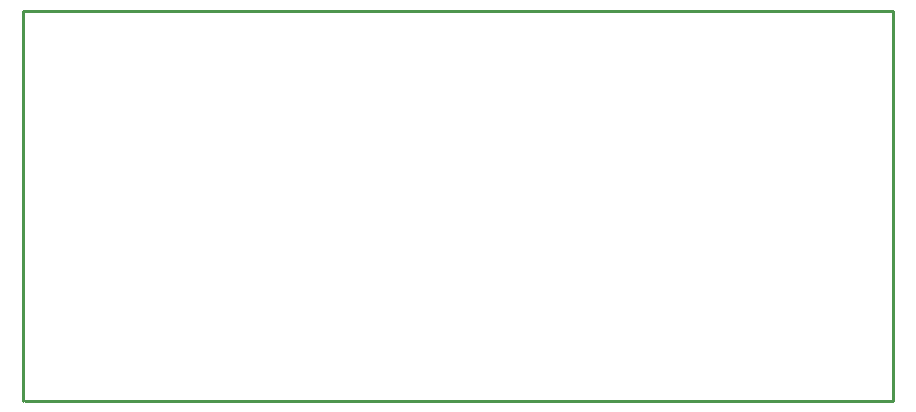
<source format=gko>
G04 Layer: BoardOutlineLayer*
G04 EasyEDA v6.4.31, 2022-02-07 09:20:43*
G04 3eb59c903aca4652a743d0d7eb9a3f43,45a17ad13836470b90e4f9db8166e0ae,10*
G04 Gerber Generator version 0.2*
G04 Scale: 100 percent, Rotated: No, Reflected: No *
G04 Dimensions in millimeters *
G04 leading zeros omitted , absolute positions ,4 integer and 5 decimal *
%FSLAX45Y45*%
%MOMM*%

%ADD10C,0.2540*%
D10*
X2032000Y3035300D02*
G01*
X2032000Y6337300D01*
X9398000Y6337300D01*
X9398000Y3035300D01*
X2044700Y3035300D01*

%LPD*%
M02*

</source>
